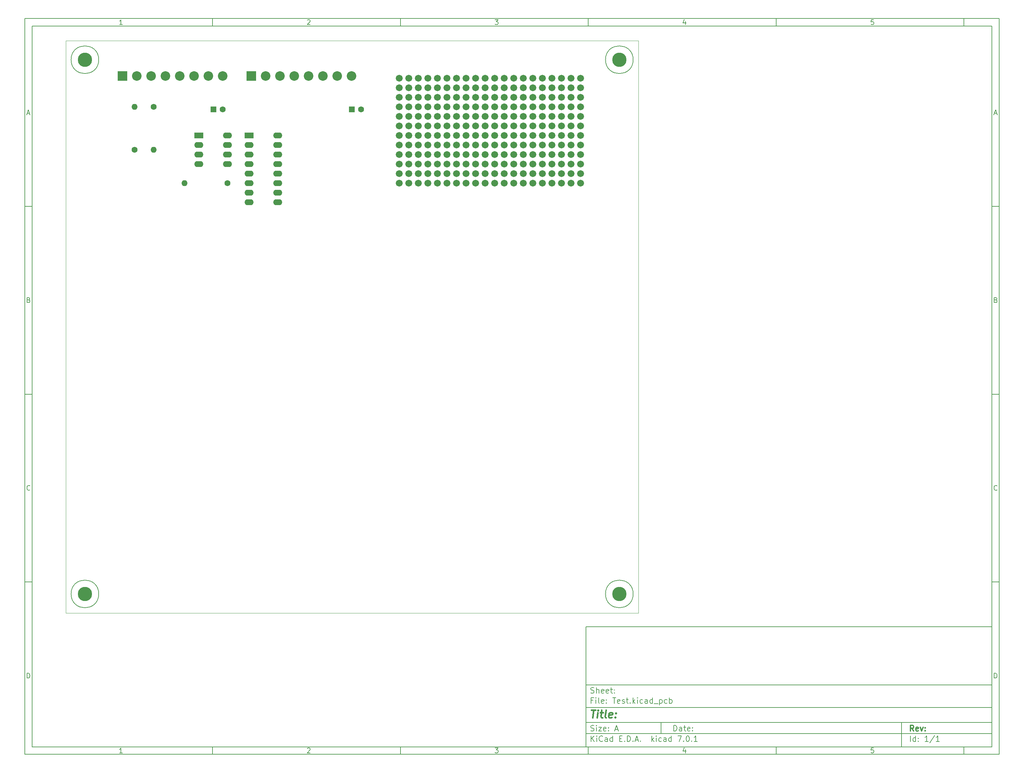
<source format=gbr>
%TF.GenerationSoftware,KiCad,Pcbnew,7.0.1*%
%TF.CreationDate,2023-03-26T09:27:21-05:00*%
%TF.ProjectId,Test,54657374-2e6b-4696-9361-645f70636258,rev?*%
%TF.SameCoordinates,Original*%
%TF.FileFunction,Soldermask,Bot*%
%TF.FilePolarity,Negative*%
%FSLAX46Y46*%
G04 Gerber Fmt 4.6, Leading zero omitted, Abs format (unit mm)*
G04 Created by KiCad (PCBNEW 7.0.1) date 2023-03-26 09:27:21*
%MOMM*%
%LPD*%
G01*
G04 APERTURE LIST*
%ADD10C,0.100000*%
%ADD11C,0.150000*%
%ADD12C,0.300000*%
%ADD13C,0.400000*%
%ADD14R,2.400000X1.600000*%
%ADD15O,2.400000X1.600000*%
%ADD16C,1.828800*%
%ADD17C,3.810000*%
%ADD18R,2.540000X2.540000*%
%ADD19C,2.540000*%
%ADD20C,1.600000*%
%ADD21O,1.600000X1.600000*%
%ADD22R,1.600000X1.600000*%
%TA.AperFunction,Profile*%
%ADD23C,0.100000*%
%TD*%
G04 APERTURE END LIST*
D10*
D11*
X159400000Y-171900000D02*
X267400000Y-171900000D01*
X267400000Y-203900000D01*
X159400000Y-203900000D01*
X159400000Y-171900000D01*
D10*
D11*
X10000000Y-10000000D02*
X269400000Y-10000000D01*
X269400000Y-205900000D01*
X10000000Y-205900000D01*
X10000000Y-10000000D01*
D10*
D11*
X12000000Y-12000000D02*
X267400000Y-12000000D01*
X267400000Y-203900000D01*
X12000000Y-203900000D01*
X12000000Y-12000000D01*
D10*
D11*
X60000000Y-12000000D02*
X60000000Y-10000000D01*
D10*
D11*
X110000000Y-12000000D02*
X110000000Y-10000000D01*
D10*
D11*
X160000000Y-12000000D02*
X160000000Y-10000000D01*
D10*
D11*
X210000000Y-12000000D02*
X210000000Y-10000000D01*
D10*
D11*
X260000000Y-12000000D02*
X260000000Y-10000000D01*
D10*
D11*
X35990476Y-11601404D02*
X35247619Y-11601404D01*
X35619047Y-11601404D02*
X35619047Y-10301404D01*
X35619047Y-10301404D02*
X35495238Y-10487119D01*
X35495238Y-10487119D02*
X35371428Y-10610928D01*
X35371428Y-10610928D02*
X35247619Y-10672833D01*
D10*
D11*
X85247619Y-10425214D02*
X85309523Y-10363309D01*
X85309523Y-10363309D02*
X85433333Y-10301404D01*
X85433333Y-10301404D02*
X85742857Y-10301404D01*
X85742857Y-10301404D02*
X85866666Y-10363309D01*
X85866666Y-10363309D02*
X85928571Y-10425214D01*
X85928571Y-10425214D02*
X85990476Y-10549023D01*
X85990476Y-10549023D02*
X85990476Y-10672833D01*
X85990476Y-10672833D02*
X85928571Y-10858547D01*
X85928571Y-10858547D02*
X85185714Y-11601404D01*
X85185714Y-11601404D02*
X85990476Y-11601404D01*
D10*
D11*
X135185714Y-10301404D02*
X135990476Y-10301404D01*
X135990476Y-10301404D02*
X135557142Y-10796642D01*
X135557142Y-10796642D02*
X135742857Y-10796642D01*
X135742857Y-10796642D02*
X135866666Y-10858547D01*
X135866666Y-10858547D02*
X135928571Y-10920452D01*
X135928571Y-10920452D02*
X135990476Y-11044261D01*
X135990476Y-11044261D02*
X135990476Y-11353785D01*
X135990476Y-11353785D02*
X135928571Y-11477595D01*
X135928571Y-11477595D02*
X135866666Y-11539500D01*
X135866666Y-11539500D02*
X135742857Y-11601404D01*
X135742857Y-11601404D02*
X135371428Y-11601404D01*
X135371428Y-11601404D02*
X135247619Y-11539500D01*
X135247619Y-11539500D02*
X135185714Y-11477595D01*
D10*
D11*
X185866666Y-10734738D02*
X185866666Y-11601404D01*
X185557142Y-10239500D02*
X185247619Y-11168071D01*
X185247619Y-11168071D02*
X186052380Y-11168071D01*
D10*
D11*
X235928571Y-10301404D02*
X235309523Y-10301404D01*
X235309523Y-10301404D02*
X235247619Y-10920452D01*
X235247619Y-10920452D02*
X235309523Y-10858547D01*
X235309523Y-10858547D02*
X235433333Y-10796642D01*
X235433333Y-10796642D02*
X235742857Y-10796642D01*
X235742857Y-10796642D02*
X235866666Y-10858547D01*
X235866666Y-10858547D02*
X235928571Y-10920452D01*
X235928571Y-10920452D02*
X235990476Y-11044261D01*
X235990476Y-11044261D02*
X235990476Y-11353785D01*
X235990476Y-11353785D02*
X235928571Y-11477595D01*
X235928571Y-11477595D02*
X235866666Y-11539500D01*
X235866666Y-11539500D02*
X235742857Y-11601404D01*
X235742857Y-11601404D02*
X235433333Y-11601404D01*
X235433333Y-11601404D02*
X235309523Y-11539500D01*
X235309523Y-11539500D02*
X235247619Y-11477595D01*
D10*
D11*
X60000000Y-203900000D02*
X60000000Y-205900000D01*
D10*
D11*
X110000000Y-203900000D02*
X110000000Y-205900000D01*
D10*
D11*
X160000000Y-203900000D02*
X160000000Y-205900000D01*
D10*
D11*
X210000000Y-203900000D02*
X210000000Y-205900000D01*
D10*
D11*
X260000000Y-203900000D02*
X260000000Y-205900000D01*
D10*
D11*
X35990476Y-205501404D02*
X35247619Y-205501404D01*
X35619047Y-205501404D02*
X35619047Y-204201404D01*
X35619047Y-204201404D02*
X35495238Y-204387119D01*
X35495238Y-204387119D02*
X35371428Y-204510928D01*
X35371428Y-204510928D02*
X35247619Y-204572833D01*
D10*
D11*
X85247619Y-204325214D02*
X85309523Y-204263309D01*
X85309523Y-204263309D02*
X85433333Y-204201404D01*
X85433333Y-204201404D02*
X85742857Y-204201404D01*
X85742857Y-204201404D02*
X85866666Y-204263309D01*
X85866666Y-204263309D02*
X85928571Y-204325214D01*
X85928571Y-204325214D02*
X85990476Y-204449023D01*
X85990476Y-204449023D02*
X85990476Y-204572833D01*
X85990476Y-204572833D02*
X85928571Y-204758547D01*
X85928571Y-204758547D02*
X85185714Y-205501404D01*
X85185714Y-205501404D02*
X85990476Y-205501404D01*
D10*
D11*
X135185714Y-204201404D02*
X135990476Y-204201404D01*
X135990476Y-204201404D02*
X135557142Y-204696642D01*
X135557142Y-204696642D02*
X135742857Y-204696642D01*
X135742857Y-204696642D02*
X135866666Y-204758547D01*
X135866666Y-204758547D02*
X135928571Y-204820452D01*
X135928571Y-204820452D02*
X135990476Y-204944261D01*
X135990476Y-204944261D02*
X135990476Y-205253785D01*
X135990476Y-205253785D02*
X135928571Y-205377595D01*
X135928571Y-205377595D02*
X135866666Y-205439500D01*
X135866666Y-205439500D02*
X135742857Y-205501404D01*
X135742857Y-205501404D02*
X135371428Y-205501404D01*
X135371428Y-205501404D02*
X135247619Y-205439500D01*
X135247619Y-205439500D02*
X135185714Y-205377595D01*
D10*
D11*
X185866666Y-204634738D02*
X185866666Y-205501404D01*
X185557142Y-204139500D02*
X185247619Y-205068071D01*
X185247619Y-205068071D02*
X186052380Y-205068071D01*
D10*
D11*
X235928571Y-204201404D02*
X235309523Y-204201404D01*
X235309523Y-204201404D02*
X235247619Y-204820452D01*
X235247619Y-204820452D02*
X235309523Y-204758547D01*
X235309523Y-204758547D02*
X235433333Y-204696642D01*
X235433333Y-204696642D02*
X235742857Y-204696642D01*
X235742857Y-204696642D02*
X235866666Y-204758547D01*
X235866666Y-204758547D02*
X235928571Y-204820452D01*
X235928571Y-204820452D02*
X235990476Y-204944261D01*
X235990476Y-204944261D02*
X235990476Y-205253785D01*
X235990476Y-205253785D02*
X235928571Y-205377595D01*
X235928571Y-205377595D02*
X235866666Y-205439500D01*
X235866666Y-205439500D02*
X235742857Y-205501404D01*
X235742857Y-205501404D02*
X235433333Y-205501404D01*
X235433333Y-205501404D02*
X235309523Y-205439500D01*
X235309523Y-205439500D02*
X235247619Y-205377595D01*
D10*
D11*
X10000000Y-60000000D02*
X12000000Y-60000000D01*
D10*
D11*
X10000000Y-110000000D02*
X12000000Y-110000000D01*
D10*
D11*
X10000000Y-160000000D02*
X12000000Y-160000000D01*
D10*
D11*
X10690476Y-35229976D02*
X11309523Y-35229976D01*
X10566666Y-35601404D02*
X10999999Y-34301404D01*
X10999999Y-34301404D02*
X11433333Y-35601404D01*
D10*
D11*
X11092857Y-84920452D02*
X11278571Y-84982357D01*
X11278571Y-84982357D02*
X11340476Y-85044261D01*
X11340476Y-85044261D02*
X11402380Y-85168071D01*
X11402380Y-85168071D02*
X11402380Y-85353785D01*
X11402380Y-85353785D02*
X11340476Y-85477595D01*
X11340476Y-85477595D02*
X11278571Y-85539500D01*
X11278571Y-85539500D02*
X11154761Y-85601404D01*
X11154761Y-85601404D02*
X10659523Y-85601404D01*
X10659523Y-85601404D02*
X10659523Y-84301404D01*
X10659523Y-84301404D02*
X11092857Y-84301404D01*
X11092857Y-84301404D02*
X11216666Y-84363309D01*
X11216666Y-84363309D02*
X11278571Y-84425214D01*
X11278571Y-84425214D02*
X11340476Y-84549023D01*
X11340476Y-84549023D02*
X11340476Y-84672833D01*
X11340476Y-84672833D02*
X11278571Y-84796642D01*
X11278571Y-84796642D02*
X11216666Y-84858547D01*
X11216666Y-84858547D02*
X11092857Y-84920452D01*
X11092857Y-84920452D02*
X10659523Y-84920452D01*
D10*
D11*
X11402380Y-135477595D02*
X11340476Y-135539500D01*
X11340476Y-135539500D02*
X11154761Y-135601404D01*
X11154761Y-135601404D02*
X11030952Y-135601404D01*
X11030952Y-135601404D02*
X10845238Y-135539500D01*
X10845238Y-135539500D02*
X10721428Y-135415690D01*
X10721428Y-135415690D02*
X10659523Y-135291880D01*
X10659523Y-135291880D02*
X10597619Y-135044261D01*
X10597619Y-135044261D02*
X10597619Y-134858547D01*
X10597619Y-134858547D02*
X10659523Y-134610928D01*
X10659523Y-134610928D02*
X10721428Y-134487119D01*
X10721428Y-134487119D02*
X10845238Y-134363309D01*
X10845238Y-134363309D02*
X11030952Y-134301404D01*
X11030952Y-134301404D02*
X11154761Y-134301404D01*
X11154761Y-134301404D02*
X11340476Y-134363309D01*
X11340476Y-134363309D02*
X11402380Y-134425214D01*
D10*
D11*
X10659523Y-185601404D02*
X10659523Y-184301404D01*
X10659523Y-184301404D02*
X10969047Y-184301404D01*
X10969047Y-184301404D02*
X11154761Y-184363309D01*
X11154761Y-184363309D02*
X11278571Y-184487119D01*
X11278571Y-184487119D02*
X11340476Y-184610928D01*
X11340476Y-184610928D02*
X11402380Y-184858547D01*
X11402380Y-184858547D02*
X11402380Y-185044261D01*
X11402380Y-185044261D02*
X11340476Y-185291880D01*
X11340476Y-185291880D02*
X11278571Y-185415690D01*
X11278571Y-185415690D02*
X11154761Y-185539500D01*
X11154761Y-185539500D02*
X10969047Y-185601404D01*
X10969047Y-185601404D02*
X10659523Y-185601404D01*
D10*
D11*
X269400000Y-60000000D02*
X267400000Y-60000000D01*
D10*
D11*
X269400000Y-110000000D02*
X267400000Y-110000000D01*
D10*
D11*
X269400000Y-160000000D02*
X267400000Y-160000000D01*
D10*
D11*
X268090476Y-35229976D02*
X268709523Y-35229976D01*
X267966666Y-35601404D02*
X268399999Y-34301404D01*
X268399999Y-34301404D02*
X268833333Y-35601404D01*
D10*
D11*
X268492857Y-84920452D02*
X268678571Y-84982357D01*
X268678571Y-84982357D02*
X268740476Y-85044261D01*
X268740476Y-85044261D02*
X268802380Y-85168071D01*
X268802380Y-85168071D02*
X268802380Y-85353785D01*
X268802380Y-85353785D02*
X268740476Y-85477595D01*
X268740476Y-85477595D02*
X268678571Y-85539500D01*
X268678571Y-85539500D02*
X268554761Y-85601404D01*
X268554761Y-85601404D02*
X268059523Y-85601404D01*
X268059523Y-85601404D02*
X268059523Y-84301404D01*
X268059523Y-84301404D02*
X268492857Y-84301404D01*
X268492857Y-84301404D02*
X268616666Y-84363309D01*
X268616666Y-84363309D02*
X268678571Y-84425214D01*
X268678571Y-84425214D02*
X268740476Y-84549023D01*
X268740476Y-84549023D02*
X268740476Y-84672833D01*
X268740476Y-84672833D02*
X268678571Y-84796642D01*
X268678571Y-84796642D02*
X268616666Y-84858547D01*
X268616666Y-84858547D02*
X268492857Y-84920452D01*
X268492857Y-84920452D02*
X268059523Y-84920452D01*
D10*
D11*
X268802380Y-135477595D02*
X268740476Y-135539500D01*
X268740476Y-135539500D02*
X268554761Y-135601404D01*
X268554761Y-135601404D02*
X268430952Y-135601404D01*
X268430952Y-135601404D02*
X268245238Y-135539500D01*
X268245238Y-135539500D02*
X268121428Y-135415690D01*
X268121428Y-135415690D02*
X268059523Y-135291880D01*
X268059523Y-135291880D02*
X267997619Y-135044261D01*
X267997619Y-135044261D02*
X267997619Y-134858547D01*
X267997619Y-134858547D02*
X268059523Y-134610928D01*
X268059523Y-134610928D02*
X268121428Y-134487119D01*
X268121428Y-134487119D02*
X268245238Y-134363309D01*
X268245238Y-134363309D02*
X268430952Y-134301404D01*
X268430952Y-134301404D02*
X268554761Y-134301404D01*
X268554761Y-134301404D02*
X268740476Y-134363309D01*
X268740476Y-134363309D02*
X268802380Y-134425214D01*
D10*
D11*
X268059523Y-185601404D02*
X268059523Y-184301404D01*
X268059523Y-184301404D02*
X268369047Y-184301404D01*
X268369047Y-184301404D02*
X268554761Y-184363309D01*
X268554761Y-184363309D02*
X268678571Y-184487119D01*
X268678571Y-184487119D02*
X268740476Y-184610928D01*
X268740476Y-184610928D02*
X268802380Y-184858547D01*
X268802380Y-184858547D02*
X268802380Y-185044261D01*
X268802380Y-185044261D02*
X268740476Y-185291880D01*
X268740476Y-185291880D02*
X268678571Y-185415690D01*
X268678571Y-185415690D02*
X268554761Y-185539500D01*
X268554761Y-185539500D02*
X268369047Y-185601404D01*
X268369047Y-185601404D02*
X268059523Y-185601404D01*
D10*
D11*
X182757142Y-199693928D02*
X182757142Y-198193928D01*
X182757142Y-198193928D02*
X183114285Y-198193928D01*
X183114285Y-198193928D02*
X183328571Y-198265357D01*
X183328571Y-198265357D02*
X183471428Y-198408214D01*
X183471428Y-198408214D02*
X183542857Y-198551071D01*
X183542857Y-198551071D02*
X183614285Y-198836785D01*
X183614285Y-198836785D02*
X183614285Y-199051071D01*
X183614285Y-199051071D02*
X183542857Y-199336785D01*
X183542857Y-199336785D02*
X183471428Y-199479642D01*
X183471428Y-199479642D02*
X183328571Y-199622500D01*
X183328571Y-199622500D02*
X183114285Y-199693928D01*
X183114285Y-199693928D02*
X182757142Y-199693928D01*
X184900000Y-199693928D02*
X184900000Y-198908214D01*
X184900000Y-198908214D02*
X184828571Y-198765357D01*
X184828571Y-198765357D02*
X184685714Y-198693928D01*
X184685714Y-198693928D02*
X184400000Y-198693928D01*
X184400000Y-198693928D02*
X184257142Y-198765357D01*
X184900000Y-199622500D02*
X184757142Y-199693928D01*
X184757142Y-199693928D02*
X184400000Y-199693928D01*
X184400000Y-199693928D02*
X184257142Y-199622500D01*
X184257142Y-199622500D02*
X184185714Y-199479642D01*
X184185714Y-199479642D02*
X184185714Y-199336785D01*
X184185714Y-199336785D02*
X184257142Y-199193928D01*
X184257142Y-199193928D02*
X184400000Y-199122500D01*
X184400000Y-199122500D02*
X184757142Y-199122500D01*
X184757142Y-199122500D02*
X184900000Y-199051071D01*
X185400000Y-198693928D02*
X185971428Y-198693928D01*
X185614285Y-198193928D02*
X185614285Y-199479642D01*
X185614285Y-199479642D02*
X185685714Y-199622500D01*
X185685714Y-199622500D02*
X185828571Y-199693928D01*
X185828571Y-199693928D02*
X185971428Y-199693928D01*
X187042857Y-199622500D02*
X186900000Y-199693928D01*
X186900000Y-199693928D02*
X186614286Y-199693928D01*
X186614286Y-199693928D02*
X186471428Y-199622500D01*
X186471428Y-199622500D02*
X186400000Y-199479642D01*
X186400000Y-199479642D02*
X186400000Y-198908214D01*
X186400000Y-198908214D02*
X186471428Y-198765357D01*
X186471428Y-198765357D02*
X186614286Y-198693928D01*
X186614286Y-198693928D02*
X186900000Y-198693928D01*
X186900000Y-198693928D02*
X187042857Y-198765357D01*
X187042857Y-198765357D02*
X187114286Y-198908214D01*
X187114286Y-198908214D02*
X187114286Y-199051071D01*
X187114286Y-199051071D02*
X186400000Y-199193928D01*
X187757142Y-199551071D02*
X187828571Y-199622500D01*
X187828571Y-199622500D02*
X187757142Y-199693928D01*
X187757142Y-199693928D02*
X187685714Y-199622500D01*
X187685714Y-199622500D02*
X187757142Y-199551071D01*
X187757142Y-199551071D02*
X187757142Y-199693928D01*
X187757142Y-198765357D02*
X187828571Y-198836785D01*
X187828571Y-198836785D02*
X187757142Y-198908214D01*
X187757142Y-198908214D02*
X187685714Y-198836785D01*
X187685714Y-198836785D02*
X187757142Y-198765357D01*
X187757142Y-198765357D02*
X187757142Y-198908214D01*
D10*
D11*
X159400000Y-200400000D02*
X267400000Y-200400000D01*
D10*
D11*
X160757142Y-202493928D02*
X160757142Y-200993928D01*
X161614285Y-202493928D02*
X160971428Y-201636785D01*
X161614285Y-200993928D02*
X160757142Y-201851071D01*
X162257142Y-202493928D02*
X162257142Y-201493928D01*
X162257142Y-200993928D02*
X162185714Y-201065357D01*
X162185714Y-201065357D02*
X162257142Y-201136785D01*
X162257142Y-201136785D02*
X162328571Y-201065357D01*
X162328571Y-201065357D02*
X162257142Y-200993928D01*
X162257142Y-200993928D02*
X162257142Y-201136785D01*
X163828571Y-202351071D02*
X163757143Y-202422500D01*
X163757143Y-202422500D02*
X163542857Y-202493928D01*
X163542857Y-202493928D02*
X163400000Y-202493928D01*
X163400000Y-202493928D02*
X163185714Y-202422500D01*
X163185714Y-202422500D02*
X163042857Y-202279642D01*
X163042857Y-202279642D02*
X162971428Y-202136785D01*
X162971428Y-202136785D02*
X162900000Y-201851071D01*
X162900000Y-201851071D02*
X162900000Y-201636785D01*
X162900000Y-201636785D02*
X162971428Y-201351071D01*
X162971428Y-201351071D02*
X163042857Y-201208214D01*
X163042857Y-201208214D02*
X163185714Y-201065357D01*
X163185714Y-201065357D02*
X163400000Y-200993928D01*
X163400000Y-200993928D02*
X163542857Y-200993928D01*
X163542857Y-200993928D02*
X163757143Y-201065357D01*
X163757143Y-201065357D02*
X163828571Y-201136785D01*
X165114286Y-202493928D02*
X165114286Y-201708214D01*
X165114286Y-201708214D02*
X165042857Y-201565357D01*
X165042857Y-201565357D02*
X164900000Y-201493928D01*
X164900000Y-201493928D02*
X164614286Y-201493928D01*
X164614286Y-201493928D02*
X164471428Y-201565357D01*
X165114286Y-202422500D02*
X164971428Y-202493928D01*
X164971428Y-202493928D02*
X164614286Y-202493928D01*
X164614286Y-202493928D02*
X164471428Y-202422500D01*
X164471428Y-202422500D02*
X164400000Y-202279642D01*
X164400000Y-202279642D02*
X164400000Y-202136785D01*
X164400000Y-202136785D02*
X164471428Y-201993928D01*
X164471428Y-201993928D02*
X164614286Y-201922500D01*
X164614286Y-201922500D02*
X164971428Y-201922500D01*
X164971428Y-201922500D02*
X165114286Y-201851071D01*
X166471429Y-202493928D02*
X166471429Y-200993928D01*
X166471429Y-202422500D02*
X166328571Y-202493928D01*
X166328571Y-202493928D02*
X166042857Y-202493928D01*
X166042857Y-202493928D02*
X165900000Y-202422500D01*
X165900000Y-202422500D02*
X165828571Y-202351071D01*
X165828571Y-202351071D02*
X165757143Y-202208214D01*
X165757143Y-202208214D02*
X165757143Y-201779642D01*
X165757143Y-201779642D02*
X165828571Y-201636785D01*
X165828571Y-201636785D02*
X165900000Y-201565357D01*
X165900000Y-201565357D02*
X166042857Y-201493928D01*
X166042857Y-201493928D02*
X166328571Y-201493928D01*
X166328571Y-201493928D02*
X166471429Y-201565357D01*
X168328571Y-201708214D02*
X168828571Y-201708214D01*
X169042857Y-202493928D02*
X168328571Y-202493928D01*
X168328571Y-202493928D02*
X168328571Y-200993928D01*
X168328571Y-200993928D02*
X169042857Y-200993928D01*
X169685714Y-202351071D02*
X169757143Y-202422500D01*
X169757143Y-202422500D02*
X169685714Y-202493928D01*
X169685714Y-202493928D02*
X169614286Y-202422500D01*
X169614286Y-202422500D02*
X169685714Y-202351071D01*
X169685714Y-202351071D02*
X169685714Y-202493928D01*
X170400000Y-202493928D02*
X170400000Y-200993928D01*
X170400000Y-200993928D02*
X170757143Y-200993928D01*
X170757143Y-200993928D02*
X170971429Y-201065357D01*
X170971429Y-201065357D02*
X171114286Y-201208214D01*
X171114286Y-201208214D02*
X171185715Y-201351071D01*
X171185715Y-201351071D02*
X171257143Y-201636785D01*
X171257143Y-201636785D02*
X171257143Y-201851071D01*
X171257143Y-201851071D02*
X171185715Y-202136785D01*
X171185715Y-202136785D02*
X171114286Y-202279642D01*
X171114286Y-202279642D02*
X170971429Y-202422500D01*
X170971429Y-202422500D02*
X170757143Y-202493928D01*
X170757143Y-202493928D02*
X170400000Y-202493928D01*
X171900000Y-202351071D02*
X171971429Y-202422500D01*
X171971429Y-202422500D02*
X171900000Y-202493928D01*
X171900000Y-202493928D02*
X171828572Y-202422500D01*
X171828572Y-202422500D02*
X171900000Y-202351071D01*
X171900000Y-202351071D02*
X171900000Y-202493928D01*
X172542858Y-202065357D02*
X173257144Y-202065357D01*
X172400001Y-202493928D02*
X172900001Y-200993928D01*
X172900001Y-200993928D02*
X173400001Y-202493928D01*
X173900000Y-202351071D02*
X173971429Y-202422500D01*
X173971429Y-202422500D02*
X173900000Y-202493928D01*
X173900000Y-202493928D02*
X173828572Y-202422500D01*
X173828572Y-202422500D02*
X173900000Y-202351071D01*
X173900000Y-202351071D02*
X173900000Y-202493928D01*
X176900000Y-202493928D02*
X176900000Y-200993928D01*
X177042858Y-201922500D02*
X177471429Y-202493928D01*
X177471429Y-201493928D02*
X176900000Y-202065357D01*
X178114286Y-202493928D02*
X178114286Y-201493928D01*
X178114286Y-200993928D02*
X178042858Y-201065357D01*
X178042858Y-201065357D02*
X178114286Y-201136785D01*
X178114286Y-201136785D02*
X178185715Y-201065357D01*
X178185715Y-201065357D02*
X178114286Y-200993928D01*
X178114286Y-200993928D02*
X178114286Y-201136785D01*
X179471430Y-202422500D02*
X179328572Y-202493928D01*
X179328572Y-202493928D02*
X179042858Y-202493928D01*
X179042858Y-202493928D02*
X178900001Y-202422500D01*
X178900001Y-202422500D02*
X178828572Y-202351071D01*
X178828572Y-202351071D02*
X178757144Y-202208214D01*
X178757144Y-202208214D02*
X178757144Y-201779642D01*
X178757144Y-201779642D02*
X178828572Y-201636785D01*
X178828572Y-201636785D02*
X178900001Y-201565357D01*
X178900001Y-201565357D02*
X179042858Y-201493928D01*
X179042858Y-201493928D02*
X179328572Y-201493928D01*
X179328572Y-201493928D02*
X179471430Y-201565357D01*
X180757144Y-202493928D02*
X180757144Y-201708214D01*
X180757144Y-201708214D02*
X180685715Y-201565357D01*
X180685715Y-201565357D02*
X180542858Y-201493928D01*
X180542858Y-201493928D02*
X180257144Y-201493928D01*
X180257144Y-201493928D02*
X180114286Y-201565357D01*
X180757144Y-202422500D02*
X180614286Y-202493928D01*
X180614286Y-202493928D02*
X180257144Y-202493928D01*
X180257144Y-202493928D02*
X180114286Y-202422500D01*
X180114286Y-202422500D02*
X180042858Y-202279642D01*
X180042858Y-202279642D02*
X180042858Y-202136785D01*
X180042858Y-202136785D02*
X180114286Y-201993928D01*
X180114286Y-201993928D02*
X180257144Y-201922500D01*
X180257144Y-201922500D02*
X180614286Y-201922500D01*
X180614286Y-201922500D02*
X180757144Y-201851071D01*
X182114287Y-202493928D02*
X182114287Y-200993928D01*
X182114287Y-202422500D02*
X181971429Y-202493928D01*
X181971429Y-202493928D02*
X181685715Y-202493928D01*
X181685715Y-202493928D02*
X181542858Y-202422500D01*
X181542858Y-202422500D02*
X181471429Y-202351071D01*
X181471429Y-202351071D02*
X181400001Y-202208214D01*
X181400001Y-202208214D02*
X181400001Y-201779642D01*
X181400001Y-201779642D02*
X181471429Y-201636785D01*
X181471429Y-201636785D02*
X181542858Y-201565357D01*
X181542858Y-201565357D02*
X181685715Y-201493928D01*
X181685715Y-201493928D02*
X181971429Y-201493928D01*
X181971429Y-201493928D02*
X182114287Y-201565357D01*
X183828572Y-200993928D02*
X184828572Y-200993928D01*
X184828572Y-200993928D02*
X184185715Y-202493928D01*
X185400000Y-202351071D02*
X185471429Y-202422500D01*
X185471429Y-202422500D02*
X185400000Y-202493928D01*
X185400000Y-202493928D02*
X185328572Y-202422500D01*
X185328572Y-202422500D02*
X185400000Y-202351071D01*
X185400000Y-202351071D02*
X185400000Y-202493928D01*
X186400001Y-200993928D02*
X186542858Y-200993928D01*
X186542858Y-200993928D02*
X186685715Y-201065357D01*
X186685715Y-201065357D02*
X186757144Y-201136785D01*
X186757144Y-201136785D02*
X186828572Y-201279642D01*
X186828572Y-201279642D02*
X186900001Y-201565357D01*
X186900001Y-201565357D02*
X186900001Y-201922500D01*
X186900001Y-201922500D02*
X186828572Y-202208214D01*
X186828572Y-202208214D02*
X186757144Y-202351071D01*
X186757144Y-202351071D02*
X186685715Y-202422500D01*
X186685715Y-202422500D02*
X186542858Y-202493928D01*
X186542858Y-202493928D02*
X186400001Y-202493928D01*
X186400001Y-202493928D02*
X186257144Y-202422500D01*
X186257144Y-202422500D02*
X186185715Y-202351071D01*
X186185715Y-202351071D02*
X186114286Y-202208214D01*
X186114286Y-202208214D02*
X186042858Y-201922500D01*
X186042858Y-201922500D02*
X186042858Y-201565357D01*
X186042858Y-201565357D02*
X186114286Y-201279642D01*
X186114286Y-201279642D02*
X186185715Y-201136785D01*
X186185715Y-201136785D02*
X186257144Y-201065357D01*
X186257144Y-201065357D02*
X186400001Y-200993928D01*
X187542857Y-202351071D02*
X187614286Y-202422500D01*
X187614286Y-202422500D02*
X187542857Y-202493928D01*
X187542857Y-202493928D02*
X187471429Y-202422500D01*
X187471429Y-202422500D02*
X187542857Y-202351071D01*
X187542857Y-202351071D02*
X187542857Y-202493928D01*
X189042858Y-202493928D02*
X188185715Y-202493928D01*
X188614286Y-202493928D02*
X188614286Y-200993928D01*
X188614286Y-200993928D02*
X188471429Y-201208214D01*
X188471429Y-201208214D02*
X188328572Y-201351071D01*
X188328572Y-201351071D02*
X188185715Y-201422500D01*
D10*
D11*
X159400000Y-197400000D02*
X267400000Y-197400000D01*
D10*
D12*
X246614285Y-199693928D02*
X246114285Y-198979642D01*
X245757142Y-199693928D02*
X245757142Y-198193928D01*
X245757142Y-198193928D02*
X246328571Y-198193928D01*
X246328571Y-198193928D02*
X246471428Y-198265357D01*
X246471428Y-198265357D02*
X246542857Y-198336785D01*
X246542857Y-198336785D02*
X246614285Y-198479642D01*
X246614285Y-198479642D02*
X246614285Y-198693928D01*
X246614285Y-198693928D02*
X246542857Y-198836785D01*
X246542857Y-198836785D02*
X246471428Y-198908214D01*
X246471428Y-198908214D02*
X246328571Y-198979642D01*
X246328571Y-198979642D02*
X245757142Y-198979642D01*
X247828571Y-199622500D02*
X247685714Y-199693928D01*
X247685714Y-199693928D02*
X247400000Y-199693928D01*
X247400000Y-199693928D02*
X247257142Y-199622500D01*
X247257142Y-199622500D02*
X247185714Y-199479642D01*
X247185714Y-199479642D02*
X247185714Y-198908214D01*
X247185714Y-198908214D02*
X247257142Y-198765357D01*
X247257142Y-198765357D02*
X247400000Y-198693928D01*
X247400000Y-198693928D02*
X247685714Y-198693928D01*
X247685714Y-198693928D02*
X247828571Y-198765357D01*
X247828571Y-198765357D02*
X247900000Y-198908214D01*
X247900000Y-198908214D02*
X247900000Y-199051071D01*
X247900000Y-199051071D02*
X247185714Y-199193928D01*
X248399999Y-198693928D02*
X248757142Y-199693928D01*
X248757142Y-199693928D02*
X249114285Y-198693928D01*
X249685713Y-199551071D02*
X249757142Y-199622500D01*
X249757142Y-199622500D02*
X249685713Y-199693928D01*
X249685713Y-199693928D02*
X249614285Y-199622500D01*
X249614285Y-199622500D02*
X249685713Y-199551071D01*
X249685713Y-199551071D02*
X249685713Y-199693928D01*
X249685713Y-198765357D02*
X249757142Y-198836785D01*
X249757142Y-198836785D02*
X249685713Y-198908214D01*
X249685713Y-198908214D02*
X249614285Y-198836785D01*
X249614285Y-198836785D02*
X249685713Y-198765357D01*
X249685713Y-198765357D02*
X249685713Y-198908214D01*
D10*
D11*
X160685714Y-199622500D02*
X160900000Y-199693928D01*
X160900000Y-199693928D02*
X161257142Y-199693928D01*
X161257142Y-199693928D02*
X161400000Y-199622500D01*
X161400000Y-199622500D02*
X161471428Y-199551071D01*
X161471428Y-199551071D02*
X161542857Y-199408214D01*
X161542857Y-199408214D02*
X161542857Y-199265357D01*
X161542857Y-199265357D02*
X161471428Y-199122500D01*
X161471428Y-199122500D02*
X161400000Y-199051071D01*
X161400000Y-199051071D02*
X161257142Y-198979642D01*
X161257142Y-198979642D02*
X160971428Y-198908214D01*
X160971428Y-198908214D02*
X160828571Y-198836785D01*
X160828571Y-198836785D02*
X160757142Y-198765357D01*
X160757142Y-198765357D02*
X160685714Y-198622500D01*
X160685714Y-198622500D02*
X160685714Y-198479642D01*
X160685714Y-198479642D02*
X160757142Y-198336785D01*
X160757142Y-198336785D02*
X160828571Y-198265357D01*
X160828571Y-198265357D02*
X160971428Y-198193928D01*
X160971428Y-198193928D02*
X161328571Y-198193928D01*
X161328571Y-198193928D02*
X161542857Y-198265357D01*
X162185713Y-199693928D02*
X162185713Y-198693928D01*
X162185713Y-198193928D02*
X162114285Y-198265357D01*
X162114285Y-198265357D02*
X162185713Y-198336785D01*
X162185713Y-198336785D02*
X162257142Y-198265357D01*
X162257142Y-198265357D02*
X162185713Y-198193928D01*
X162185713Y-198193928D02*
X162185713Y-198336785D01*
X162757142Y-198693928D02*
X163542857Y-198693928D01*
X163542857Y-198693928D02*
X162757142Y-199693928D01*
X162757142Y-199693928D02*
X163542857Y-199693928D01*
X164685714Y-199622500D02*
X164542857Y-199693928D01*
X164542857Y-199693928D02*
X164257143Y-199693928D01*
X164257143Y-199693928D02*
X164114285Y-199622500D01*
X164114285Y-199622500D02*
X164042857Y-199479642D01*
X164042857Y-199479642D02*
X164042857Y-198908214D01*
X164042857Y-198908214D02*
X164114285Y-198765357D01*
X164114285Y-198765357D02*
X164257143Y-198693928D01*
X164257143Y-198693928D02*
X164542857Y-198693928D01*
X164542857Y-198693928D02*
X164685714Y-198765357D01*
X164685714Y-198765357D02*
X164757143Y-198908214D01*
X164757143Y-198908214D02*
X164757143Y-199051071D01*
X164757143Y-199051071D02*
X164042857Y-199193928D01*
X165399999Y-199551071D02*
X165471428Y-199622500D01*
X165471428Y-199622500D02*
X165399999Y-199693928D01*
X165399999Y-199693928D02*
X165328571Y-199622500D01*
X165328571Y-199622500D02*
X165399999Y-199551071D01*
X165399999Y-199551071D02*
X165399999Y-199693928D01*
X165399999Y-198765357D02*
X165471428Y-198836785D01*
X165471428Y-198836785D02*
X165399999Y-198908214D01*
X165399999Y-198908214D02*
X165328571Y-198836785D01*
X165328571Y-198836785D02*
X165399999Y-198765357D01*
X165399999Y-198765357D02*
X165399999Y-198908214D01*
X167185714Y-199265357D02*
X167900000Y-199265357D01*
X167042857Y-199693928D02*
X167542857Y-198193928D01*
X167542857Y-198193928D02*
X168042857Y-199693928D01*
D10*
D11*
X245757142Y-202493928D02*
X245757142Y-200993928D01*
X247114286Y-202493928D02*
X247114286Y-200993928D01*
X247114286Y-202422500D02*
X246971428Y-202493928D01*
X246971428Y-202493928D02*
X246685714Y-202493928D01*
X246685714Y-202493928D02*
X246542857Y-202422500D01*
X246542857Y-202422500D02*
X246471428Y-202351071D01*
X246471428Y-202351071D02*
X246400000Y-202208214D01*
X246400000Y-202208214D02*
X246400000Y-201779642D01*
X246400000Y-201779642D02*
X246471428Y-201636785D01*
X246471428Y-201636785D02*
X246542857Y-201565357D01*
X246542857Y-201565357D02*
X246685714Y-201493928D01*
X246685714Y-201493928D02*
X246971428Y-201493928D01*
X246971428Y-201493928D02*
X247114286Y-201565357D01*
X247828571Y-202351071D02*
X247900000Y-202422500D01*
X247900000Y-202422500D02*
X247828571Y-202493928D01*
X247828571Y-202493928D02*
X247757143Y-202422500D01*
X247757143Y-202422500D02*
X247828571Y-202351071D01*
X247828571Y-202351071D02*
X247828571Y-202493928D01*
X247828571Y-201565357D02*
X247900000Y-201636785D01*
X247900000Y-201636785D02*
X247828571Y-201708214D01*
X247828571Y-201708214D02*
X247757143Y-201636785D01*
X247757143Y-201636785D02*
X247828571Y-201565357D01*
X247828571Y-201565357D02*
X247828571Y-201708214D01*
X250471429Y-202493928D02*
X249614286Y-202493928D01*
X250042857Y-202493928D02*
X250042857Y-200993928D01*
X250042857Y-200993928D02*
X249900000Y-201208214D01*
X249900000Y-201208214D02*
X249757143Y-201351071D01*
X249757143Y-201351071D02*
X249614286Y-201422500D01*
X252185714Y-200922500D02*
X250900000Y-202851071D01*
X253471429Y-202493928D02*
X252614286Y-202493928D01*
X253042857Y-202493928D02*
X253042857Y-200993928D01*
X253042857Y-200993928D02*
X252900000Y-201208214D01*
X252900000Y-201208214D02*
X252757143Y-201351071D01*
X252757143Y-201351071D02*
X252614286Y-201422500D01*
D10*
D11*
X159400000Y-193400000D02*
X267400000Y-193400000D01*
D10*
D13*
X160828571Y-194125238D02*
X161971428Y-194125238D01*
X161150000Y-196125238D02*
X161400000Y-194125238D01*
X162376190Y-196125238D02*
X162542857Y-194791904D01*
X162626190Y-194125238D02*
X162519047Y-194220476D01*
X162519047Y-194220476D02*
X162602381Y-194315714D01*
X162602381Y-194315714D02*
X162709524Y-194220476D01*
X162709524Y-194220476D02*
X162626190Y-194125238D01*
X162626190Y-194125238D02*
X162602381Y-194315714D01*
X163197619Y-194791904D02*
X163959523Y-194791904D01*
X163566666Y-194125238D02*
X163352381Y-195839523D01*
X163352381Y-195839523D02*
X163423809Y-196030000D01*
X163423809Y-196030000D02*
X163602381Y-196125238D01*
X163602381Y-196125238D02*
X163792857Y-196125238D01*
X164733333Y-196125238D02*
X164554761Y-196030000D01*
X164554761Y-196030000D02*
X164483333Y-195839523D01*
X164483333Y-195839523D02*
X164697618Y-194125238D01*
X166257142Y-196030000D02*
X166054761Y-196125238D01*
X166054761Y-196125238D02*
X165673808Y-196125238D01*
X165673808Y-196125238D02*
X165495237Y-196030000D01*
X165495237Y-196030000D02*
X165423808Y-195839523D01*
X165423808Y-195839523D02*
X165519047Y-195077619D01*
X165519047Y-195077619D02*
X165638094Y-194887142D01*
X165638094Y-194887142D02*
X165840475Y-194791904D01*
X165840475Y-194791904D02*
X166221427Y-194791904D01*
X166221427Y-194791904D02*
X166399999Y-194887142D01*
X166399999Y-194887142D02*
X166471427Y-195077619D01*
X166471427Y-195077619D02*
X166447618Y-195268095D01*
X166447618Y-195268095D02*
X165471427Y-195458571D01*
X167209523Y-195934761D02*
X167292856Y-196030000D01*
X167292856Y-196030000D02*
X167185713Y-196125238D01*
X167185713Y-196125238D02*
X167102380Y-196030000D01*
X167102380Y-196030000D02*
X167209523Y-195934761D01*
X167209523Y-195934761D02*
X167185713Y-196125238D01*
X167340475Y-194887142D02*
X167423808Y-194982380D01*
X167423808Y-194982380D02*
X167316666Y-195077619D01*
X167316666Y-195077619D02*
X167233332Y-194982380D01*
X167233332Y-194982380D02*
X167340475Y-194887142D01*
X167340475Y-194887142D02*
X167316666Y-195077619D01*
D10*
D11*
X161257142Y-191508214D02*
X160757142Y-191508214D01*
X160757142Y-192293928D02*
X160757142Y-190793928D01*
X160757142Y-190793928D02*
X161471428Y-190793928D01*
X162042856Y-192293928D02*
X162042856Y-191293928D01*
X162042856Y-190793928D02*
X161971428Y-190865357D01*
X161971428Y-190865357D02*
X162042856Y-190936785D01*
X162042856Y-190936785D02*
X162114285Y-190865357D01*
X162114285Y-190865357D02*
X162042856Y-190793928D01*
X162042856Y-190793928D02*
X162042856Y-190936785D01*
X162971428Y-192293928D02*
X162828571Y-192222500D01*
X162828571Y-192222500D02*
X162757142Y-192079642D01*
X162757142Y-192079642D02*
X162757142Y-190793928D01*
X164114285Y-192222500D02*
X163971428Y-192293928D01*
X163971428Y-192293928D02*
X163685714Y-192293928D01*
X163685714Y-192293928D02*
X163542856Y-192222500D01*
X163542856Y-192222500D02*
X163471428Y-192079642D01*
X163471428Y-192079642D02*
X163471428Y-191508214D01*
X163471428Y-191508214D02*
X163542856Y-191365357D01*
X163542856Y-191365357D02*
X163685714Y-191293928D01*
X163685714Y-191293928D02*
X163971428Y-191293928D01*
X163971428Y-191293928D02*
X164114285Y-191365357D01*
X164114285Y-191365357D02*
X164185714Y-191508214D01*
X164185714Y-191508214D02*
X164185714Y-191651071D01*
X164185714Y-191651071D02*
X163471428Y-191793928D01*
X164828570Y-192151071D02*
X164899999Y-192222500D01*
X164899999Y-192222500D02*
X164828570Y-192293928D01*
X164828570Y-192293928D02*
X164757142Y-192222500D01*
X164757142Y-192222500D02*
X164828570Y-192151071D01*
X164828570Y-192151071D02*
X164828570Y-192293928D01*
X164828570Y-191365357D02*
X164899999Y-191436785D01*
X164899999Y-191436785D02*
X164828570Y-191508214D01*
X164828570Y-191508214D02*
X164757142Y-191436785D01*
X164757142Y-191436785D02*
X164828570Y-191365357D01*
X164828570Y-191365357D02*
X164828570Y-191508214D01*
X166471428Y-190793928D02*
X167328571Y-190793928D01*
X166899999Y-192293928D02*
X166899999Y-190793928D01*
X168399999Y-192222500D02*
X168257142Y-192293928D01*
X168257142Y-192293928D02*
X167971428Y-192293928D01*
X167971428Y-192293928D02*
X167828570Y-192222500D01*
X167828570Y-192222500D02*
X167757142Y-192079642D01*
X167757142Y-192079642D02*
X167757142Y-191508214D01*
X167757142Y-191508214D02*
X167828570Y-191365357D01*
X167828570Y-191365357D02*
X167971428Y-191293928D01*
X167971428Y-191293928D02*
X168257142Y-191293928D01*
X168257142Y-191293928D02*
X168399999Y-191365357D01*
X168399999Y-191365357D02*
X168471428Y-191508214D01*
X168471428Y-191508214D02*
X168471428Y-191651071D01*
X168471428Y-191651071D02*
X167757142Y-191793928D01*
X169042856Y-192222500D02*
X169185713Y-192293928D01*
X169185713Y-192293928D02*
X169471427Y-192293928D01*
X169471427Y-192293928D02*
X169614284Y-192222500D01*
X169614284Y-192222500D02*
X169685713Y-192079642D01*
X169685713Y-192079642D02*
X169685713Y-192008214D01*
X169685713Y-192008214D02*
X169614284Y-191865357D01*
X169614284Y-191865357D02*
X169471427Y-191793928D01*
X169471427Y-191793928D02*
X169257142Y-191793928D01*
X169257142Y-191793928D02*
X169114284Y-191722500D01*
X169114284Y-191722500D02*
X169042856Y-191579642D01*
X169042856Y-191579642D02*
X169042856Y-191508214D01*
X169042856Y-191508214D02*
X169114284Y-191365357D01*
X169114284Y-191365357D02*
X169257142Y-191293928D01*
X169257142Y-191293928D02*
X169471427Y-191293928D01*
X169471427Y-191293928D02*
X169614284Y-191365357D01*
X170114285Y-191293928D02*
X170685713Y-191293928D01*
X170328570Y-190793928D02*
X170328570Y-192079642D01*
X170328570Y-192079642D02*
X170399999Y-192222500D01*
X170399999Y-192222500D02*
X170542856Y-192293928D01*
X170542856Y-192293928D02*
X170685713Y-192293928D01*
X171185713Y-192151071D02*
X171257142Y-192222500D01*
X171257142Y-192222500D02*
X171185713Y-192293928D01*
X171185713Y-192293928D02*
X171114285Y-192222500D01*
X171114285Y-192222500D02*
X171185713Y-192151071D01*
X171185713Y-192151071D02*
X171185713Y-192293928D01*
X171899999Y-192293928D02*
X171899999Y-190793928D01*
X172042857Y-191722500D02*
X172471428Y-192293928D01*
X172471428Y-191293928D02*
X171899999Y-191865357D01*
X173114285Y-192293928D02*
X173114285Y-191293928D01*
X173114285Y-190793928D02*
X173042857Y-190865357D01*
X173042857Y-190865357D02*
X173114285Y-190936785D01*
X173114285Y-190936785D02*
X173185714Y-190865357D01*
X173185714Y-190865357D02*
X173114285Y-190793928D01*
X173114285Y-190793928D02*
X173114285Y-190936785D01*
X174471429Y-192222500D02*
X174328571Y-192293928D01*
X174328571Y-192293928D02*
X174042857Y-192293928D01*
X174042857Y-192293928D02*
X173900000Y-192222500D01*
X173900000Y-192222500D02*
X173828571Y-192151071D01*
X173828571Y-192151071D02*
X173757143Y-192008214D01*
X173757143Y-192008214D02*
X173757143Y-191579642D01*
X173757143Y-191579642D02*
X173828571Y-191436785D01*
X173828571Y-191436785D02*
X173900000Y-191365357D01*
X173900000Y-191365357D02*
X174042857Y-191293928D01*
X174042857Y-191293928D02*
X174328571Y-191293928D01*
X174328571Y-191293928D02*
X174471429Y-191365357D01*
X175757143Y-192293928D02*
X175757143Y-191508214D01*
X175757143Y-191508214D02*
X175685714Y-191365357D01*
X175685714Y-191365357D02*
X175542857Y-191293928D01*
X175542857Y-191293928D02*
X175257143Y-191293928D01*
X175257143Y-191293928D02*
X175114285Y-191365357D01*
X175757143Y-192222500D02*
X175614285Y-192293928D01*
X175614285Y-192293928D02*
X175257143Y-192293928D01*
X175257143Y-192293928D02*
X175114285Y-192222500D01*
X175114285Y-192222500D02*
X175042857Y-192079642D01*
X175042857Y-192079642D02*
X175042857Y-191936785D01*
X175042857Y-191936785D02*
X175114285Y-191793928D01*
X175114285Y-191793928D02*
X175257143Y-191722500D01*
X175257143Y-191722500D02*
X175614285Y-191722500D01*
X175614285Y-191722500D02*
X175757143Y-191651071D01*
X177114286Y-192293928D02*
X177114286Y-190793928D01*
X177114286Y-192222500D02*
X176971428Y-192293928D01*
X176971428Y-192293928D02*
X176685714Y-192293928D01*
X176685714Y-192293928D02*
X176542857Y-192222500D01*
X176542857Y-192222500D02*
X176471428Y-192151071D01*
X176471428Y-192151071D02*
X176400000Y-192008214D01*
X176400000Y-192008214D02*
X176400000Y-191579642D01*
X176400000Y-191579642D02*
X176471428Y-191436785D01*
X176471428Y-191436785D02*
X176542857Y-191365357D01*
X176542857Y-191365357D02*
X176685714Y-191293928D01*
X176685714Y-191293928D02*
X176971428Y-191293928D01*
X176971428Y-191293928D02*
X177114286Y-191365357D01*
X177471429Y-192436785D02*
X178614286Y-192436785D01*
X178971428Y-191293928D02*
X178971428Y-192793928D01*
X178971428Y-191365357D02*
X179114286Y-191293928D01*
X179114286Y-191293928D02*
X179400000Y-191293928D01*
X179400000Y-191293928D02*
X179542857Y-191365357D01*
X179542857Y-191365357D02*
X179614286Y-191436785D01*
X179614286Y-191436785D02*
X179685714Y-191579642D01*
X179685714Y-191579642D02*
X179685714Y-192008214D01*
X179685714Y-192008214D02*
X179614286Y-192151071D01*
X179614286Y-192151071D02*
X179542857Y-192222500D01*
X179542857Y-192222500D02*
X179400000Y-192293928D01*
X179400000Y-192293928D02*
X179114286Y-192293928D01*
X179114286Y-192293928D02*
X178971428Y-192222500D01*
X180971429Y-192222500D02*
X180828571Y-192293928D01*
X180828571Y-192293928D02*
X180542857Y-192293928D01*
X180542857Y-192293928D02*
X180400000Y-192222500D01*
X180400000Y-192222500D02*
X180328571Y-192151071D01*
X180328571Y-192151071D02*
X180257143Y-192008214D01*
X180257143Y-192008214D02*
X180257143Y-191579642D01*
X180257143Y-191579642D02*
X180328571Y-191436785D01*
X180328571Y-191436785D02*
X180400000Y-191365357D01*
X180400000Y-191365357D02*
X180542857Y-191293928D01*
X180542857Y-191293928D02*
X180828571Y-191293928D01*
X180828571Y-191293928D02*
X180971429Y-191365357D01*
X181614285Y-192293928D02*
X181614285Y-190793928D01*
X181614285Y-191365357D02*
X181757143Y-191293928D01*
X181757143Y-191293928D02*
X182042857Y-191293928D01*
X182042857Y-191293928D02*
X182185714Y-191365357D01*
X182185714Y-191365357D02*
X182257143Y-191436785D01*
X182257143Y-191436785D02*
X182328571Y-191579642D01*
X182328571Y-191579642D02*
X182328571Y-192008214D01*
X182328571Y-192008214D02*
X182257143Y-192151071D01*
X182257143Y-192151071D02*
X182185714Y-192222500D01*
X182185714Y-192222500D02*
X182042857Y-192293928D01*
X182042857Y-192293928D02*
X181757143Y-192293928D01*
X181757143Y-192293928D02*
X181614285Y-192222500D01*
D10*
D11*
X159400000Y-187400000D02*
X267400000Y-187400000D01*
D10*
D11*
X160685714Y-189522500D02*
X160900000Y-189593928D01*
X160900000Y-189593928D02*
X161257142Y-189593928D01*
X161257142Y-189593928D02*
X161400000Y-189522500D01*
X161400000Y-189522500D02*
X161471428Y-189451071D01*
X161471428Y-189451071D02*
X161542857Y-189308214D01*
X161542857Y-189308214D02*
X161542857Y-189165357D01*
X161542857Y-189165357D02*
X161471428Y-189022500D01*
X161471428Y-189022500D02*
X161400000Y-188951071D01*
X161400000Y-188951071D02*
X161257142Y-188879642D01*
X161257142Y-188879642D02*
X160971428Y-188808214D01*
X160971428Y-188808214D02*
X160828571Y-188736785D01*
X160828571Y-188736785D02*
X160757142Y-188665357D01*
X160757142Y-188665357D02*
X160685714Y-188522500D01*
X160685714Y-188522500D02*
X160685714Y-188379642D01*
X160685714Y-188379642D02*
X160757142Y-188236785D01*
X160757142Y-188236785D02*
X160828571Y-188165357D01*
X160828571Y-188165357D02*
X160971428Y-188093928D01*
X160971428Y-188093928D02*
X161328571Y-188093928D01*
X161328571Y-188093928D02*
X161542857Y-188165357D01*
X162185713Y-189593928D02*
X162185713Y-188093928D01*
X162828571Y-189593928D02*
X162828571Y-188808214D01*
X162828571Y-188808214D02*
X162757142Y-188665357D01*
X162757142Y-188665357D02*
X162614285Y-188593928D01*
X162614285Y-188593928D02*
X162399999Y-188593928D01*
X162399999Y-188593928D02*
X162257142Y-188665357D01*
X162257142Y-188665357D02*
X162185713Y-188736785D01*
X164114285Y-189522500D02*
X163971428Y-189593928D01*
X163971428Y-189593928D02*
X163685714Y-189593928D01*
X163685714Y-189593928D02*
X163542856Y-189522500D01*
X163542856Y-189522500D02*
X163471428Y-189379642D01*
X163471428Y-189379642D02*
X163471428Y-188808214D01*
X163471428Y-188808214D02*
X163542856Y-188665357D01*
X163542856Y-188665357D02*
X163685714Y-188593928D01*
X163685714Y-188593928D02*
X163971428Y-188593928D01*
X163971428Y-188593928D02*
X164114285Y-188665357D01*
X164114285Y-188665357D02*
X164185714Y-188808214D01*
X164185714Y-188808214D02*
X164185714Y-188951071D01*
X164185714Y-188951071D02*
X163471428Y-189093928D01*
X165399999Y-189522500D02*
X165257142Y-189593928D01*
X165257142Y-189593928D02*
X164971428Y-189593928D01*
X164971428Y-189593928D02*
X164828570Y-189522500D01*
X164828570Y-189522500D02*
X164757142Y-189379642D01*
X164757142Y-189379642D02*
X164757142Y-188808214D01*
X164757142Y-188808214D02*
X164828570Y-188665357D01*
X164828570Y-188665357D02*
X164971428Y-188593928D01*
X164971428Y-188593928D02*
X165257142Y-188593928D01*
X165257142Y-188593928D02*
X165399999Y-188665357D01*
X165399999Y-188665357D02*
X165471428Y-188808214D01*
X165471428Y-188808214D02*
X165471428Y-188951071D01*
X165471428Y-188951071D02*
X164757142Y-189093928D01*
X165899999Y-188593928D02*
X166471427Y-188593928D01*
X166114284Y-188093928D02*
X166114284Y-189379642D01*
X166114284Y-189379642D02*
X166185713Y-189522500D01*
X166185713Y-189522500D02*
X166328570Y-189593928D01*
X166328570Y-189593928D02*
X166471427Y-189593928D01*
X166971427Y-189451071D02*
X167042856Y-189522500D01*
X167042856Y-189522500D02*
X166971427Y-189593928D01*
X166971427Y-189593928D02*
X166899999Y-189522500D01*
X166899999Y-189522500D02*
X166971427Y-189451071D01*
X166971427Y-189451071D02*
X166971427Y-189593928D01*
X166971427Y-188665357D02*
X167042856Y-188736785D01*
X167042856Y-188736785D02*
X166971427Y-188808214D01*
X166971427Y-188808214D02*
X166899999Y-188736785D01*
X166899999Y-188736785D02*
X166971427Y-188665357D01*
X166971427Y-188665357D02*
X166971427Y-188808214D01*
D10*
D12*
D10*
D11*
D10*
D11*
D10*
D11*
D10*
D11*
D10*
D11*
X179400000Y-197400000D02*
X179400000Y-200400000D01*
D10*
D11*
X243400000Y-197400000D02*
X243400000Y-203900000D01*
%TO.C,MT3*%
X29718000Y-163195000D02*
G75*
G03*
X29718000Y-163195000I-3683000J0D01*
G01*
%TO.C,MT1*%
X29718000Y-20955000D02*
G75*
G03*
X29718000Y-20955000I-3683000J0D01*
G01*
%TO.C,MT4*%
X171958000Y-163195000D02*
G75*
G03*
X171958000Y-163195000I-3683000J0D01*
G01*
%TO.C,MT2*%
X171958000Y-20955000D02*
G75*
G03*
X171958000Y-20955000I-3683000J0D01*
G01*
%TD*%
D14*
%TO.C,U1*%
X56388000Y-41148000D03*
D15*
X56388000Y-43688000D03*
X56388000Y-46228000D03*
X56388000Y-48768000D03*
X64008000Y-48768000D03*
X64008000Y-46228000D03*
X64008000Y-43688000D03*
X64008000Y-41148000D03*
%TD*%
D16*
%TO.C,J13*%
X109728000Y-53848000D03*
X112268000Y-53848000D03*
X114808000Y-53848000D03*
X117348000Y-53848000D03*
X119888000Y-53848000D03*
X122428000Y-53848000D03*
X124968000Y-53848000D03*
X127508000Y-53848000D03*
X130048000Y-53848000D03*
X132588000Y-53848000D03*
X135128000Y-53848000D03*
X137668000Y-53848000D03*
X140208000Y-53848000D03*
X142748000Y-53848000D03*
X145288000Y-53848000D03*
X147828000Y-53848000D03*
X150368000Y-53848000D03*
X152908000Y-53848000D03*
X155448000Y-53848000D03*
X157988000Y-53848000D03*
%TD*%
D17*
%TO.C,MT3*%
X26035000Y-163195000D03*
%TD*%
D18*
%TO.C,J2*%
X70358000Y-25273000D03*
D19*
X74168000Y-25273000D03*
X77978000Y-25273000D03*
X81788000Y-25273000D03*
X85598000Y-25273000D03*
X89408000Y-25273000D03*
X93218000Y-25273000D03*
X97028000Y-25273000D03*
%TD*%
D16*
%TO.C,J7*%
X109728000Y-48768000D03*
X112268000Y-48768000D03*
X114808000Y-48768000D03*
X117348000Y-48768000D03*
X119888000Y-48768000D03*
X122428000Y-48768000D03*
X124968000Y-48768000D03*
X127508000Y-48768000D03*
X130048000Y-48768000D03*
X132588000Y-48768000D03*
X135128000Y-48768000D03*
X137668000Y-48768000D03*
X140208000Y-48768000D03*
X142748000Y-48768000D03*
X145288000Y-48768000D03*
X147828000Y-48768000D03*
X150368000Y-48768000D03*
X152908000Y-48768000D03*
X155448000Y-48768000D03*
X157988000Y-48768000D03*
%TD*%
%TO.C,J8*%
X109728000Y-46228000D03*
X112268000Y-46228000D03*
X114808000Y-46228000D03*
X117348000Y-46228000D03*
X119888000Y-46228000D03*
X122428000Y-46228000D03*
X124968000Y-46228000D03*
X127508000Y-46228000D03*
X130048000Y-46228000D03*
X132588000Y-46228000D03*
X135128000Y-46228000D03*
X137668000Y-46228000D03*
X140208000Y-46228000D03*
X142748000Y-46228000D03*
X145288000Y-46228000D03*
X147828000Y-46228000D03*
X150368000Y-46228000D03*
X152908000Y-46228000D03*
X155448000Y-46228000D03*
X157988000Y-46228000D03*
%TD*%
D18*
%TO.C,J1*%
X36068000Y-25273000D03*
D19*
X39878000Y-25273000D03*
X43688000Y-25273000D03*
X47498000Y-25273000D03*
X51308000Y-25273000D03*
X55118000Y-25273000D03*
X58928000Y-25273000D03*
X62738000Y-25273000D03*
%TD*%
D17*
%TO.C,MT1*%
X26035000Y-20955000D03*
%TD*%
D14*
%TO.C,U2*%
X69723000Y-41148000D03*
D15*
X69723000Y-43688000D03*
X69723000Y-46228000D03*
X69723000Y-48768000D03*
X69723000Y-51308000D03*
X69723000Y-53848000D03*
X69723000Y-56388000D03*
X69723000Y-58928000D03*
X77343000Y-58928000D03*
X77343000Y-56388000D03*
X77343000Y-53848000D03*
X77343000Y-51308000D03*
X77343000Y-48768000D03*
X77343000Y-46228000D03*
X77343000Y-43688000D03*
X77343000Y-41148000D03*
%TD*%
D16*
%TO.C,J5*%
X109728000Y-28448000D03*
X112268000Y-28448000D03*
X114808000Y-28448000D03*
X117348000Y-28448000D03*
X119888000Y-28448000D03*
X122428000Y-28448000D03*
X124968000Y-28448000D03*
X127508000Y-28448000D03*
X130048000Y-28448000D03*
X132588000Y-28448000D03*
X135128000Y-28448000D03*
X137668000Y-28448000D03*
X140208000Y-28448000D03*
X142748000Y-28448000D03*
X145288000Y-28448000D03*
X147828000Y-28448000D03*
X150368000Y-28448000D03*
X152908000Y-28448000D03*
X155448000Y-28448000D03*
X157988000Y-28448000D03*
%TD*%
%TO.C,J14*%
X109728000Y-51308000D03*
X112268000Y-51308000D03*
X114808000Y-51308000D03*
X117348000Y-51308000D03*
X119888000Y-51308000D03*
X122428000Y-51308000D03*
X124968000Y-51308000D03*
X127508000Y-51308000D03*
X130048000Y-51308000D03*
X132588000Y-51308000D03*
X135128000Y-51308000D03*
X137668000Y-51308000D03*
X140208000Y-51308000D03*
X142748000Y-51308000D03*
X145288000Y-51308000D03*
X147828000Y-51308000D03*
X150368000Y-51308000D03*
X152908000Y-51308000D03*
X155448000Y-51308000D03*
X157988000Y-51308000D03*
%TD*%
%TO.C,J3*%
X109728000Y-33528000D03*
X112268000Y-33528000D03*
X114808000Y-33528000D03*
X117348000Y-33528000D03*
X119888000Y-33528000D03*
X122428000Y-33528000D03*
X124968000Y-33528000D03*
X127508000Y-33528000D03*
X130048000Y-33528000D03*
X132588000Y-33528000D03*
X135128000Y-33528000D03*
X137668000Y-33528000D03*
X140208000Y-33528000D03*
X142748000Y-33528000D03*
X145288000Y-33528000D03*
X147828000Y-33528000D03*
X150368000Y-33528000D03*
X152908000Y-33528000D03*
X155448000Y-33528000D03*
X157988000Y-33528000D03*
%TD*%
D20*
%TO.C,R2*%
X39243000Y-44958000D03*
D21*
X39243000Y-33528000D03*
%TD*%
D16*
%TO.C,J12*%
X109728000Y-36068000D03*
X112268000Y-36068000D03*
X114808000Y-36068000D03*
X117348000Y-36068000D03*
X119888000Y-36068000D03*
X122428000Y-36068000D03*
X124968000Y-36068000D03*
X127508000Y-36068000D03*
X130048000Y-36068000D03*
X132588000Y-36068000D03*
X135128000Y-36068000D03*
X137668000Y-36068000D03*
X140208000Y-36068000D03*
X142748000Y-36068000D03*
X145288000Y-36068000D03*
X147828000Y-36068000D03*
X150368000Y-36068000D03*
X152908000Y-36068000D03*
X155448000Y-36068000D03*
X157988000Y-36068000D03*
%TD*%
%TO.C,J10*%
X109728000Y-41148000D03*
X112268000Y-41148000D03*
X114808000Y-41148000D03*
X117348000Y-41148000D03*
X119888000Y-41148000D03*
X122428000Y-41148000D03*
X124968000Y-41148000D03*
X127508000Y-41148000D03*
X130048000Y-41148000D03*
X132588000Y-41148000D03*
X135128000Y-41148000D03*
X137668000Y-41148000D03*
X140208000Y-41148000D03*
X142748000Y-41148000D03*
X145288000Y-41148000D03*
X147828000Y-41148000D03*
X150368000Y-41148000D03*
X152908000Y-41148000D03*
X155448000Y-41148000D03*
X157988000Y-41148000D03*
%TD*%
%TO.C,J4*%
X109728000Y-30988000D03*
X112268000Y-30988000D03*
X114808000Y-30988000D03*
X117348000Y-30988000D03*
X119888000Y-30988000D03*
X122428000Y-30988000D03*
X124968000Y-30988000D03*
X127508000Y-30988000D03*
X130048000Y-30988000D03*
X132588000Y-30988000D03*
X135128000Y-30988000D03*
X137668000Y-30988000D03*
X140208000Y-30988000D03*
X142748000Y-30988000D03*
X145288000Y-30988000D03*
X147828000Y-30988000D03*
X150368000Y-30988000D03*
X152908000Y-30988000D03*
X155448000Y-30988000D03*
X157988000Y-30988000D03*
%TD*%
D20*
%TO.C,R3*%
X64008000Y-53848000D03*
D21*
X52578000Y-53848000D03*
%TD*%
D22*
%TO.C,C2*%
X97068000Y-34163000D03*
D20*
X99568000Y-34163000D03*
%TD*%
D16*
%TO.C,J9*%
X109728000Y-43688000D03*
X112268000Y-43688000D03*
X114808000Y-43688000D03*
X117348000Y-43688000D03*
X119888000Y-43688000D03*
X122428000Y-43688000D03*
X124968000Y-43688000D03*
X127508000Y-43688000D03*
X130048000Y-43688000D03*
X132588000Y-43688000D03*
X135128000Y-43688000D03*
X137668000Y-43688000D03*
X140208000Y-43688000D03*
X142748000Y-43688000D03*
X145288000Y-43688000D03*
X147828000Y-43688000D03*
X150368000Y-43688000D03*
X152908000Y-43688000D03*
X155448000Y-43688000D03*
X157988000Y-43688000D03*
%TD*%
D20*
%TO.C,R1*%
X44323000Y-33528000D03*
D21*
X44323000Y-44958000D03*
%TD*%
D17*
%TO.C,MT4*%
X168275000Y-163195000D03*
%TD*%
D22*
%TO.C,C1*%
X60238000Y-34163000D03*
D20*
X62738000Y-34163000D03*
%TD*%
D16*
%TO.C,J11*%
X109728000Y-38608000D03*
X112268000Y-38608000D03*
X114808000Y-38608000D03*
X117348000Y-38608000D03*
X119888000Y-38608000D03*
X122428000Y-38608000D03*
X124968000Y-38608000D03*
X127508000Y-38608000D03*
X130048000Y-38608000D03*
X132588000Y-38608000D03*
X135128000Y-38608000D03*
X137668000Y-38608000D03*
X140208000Y-38608000D03*
X142748000Y-38608000D03*
X145288000Y-38608000D03*
X147828000Y-38608000D03*
X150368000Y-38608000D03*
X152908000Y-38608000D03*
X155448000Y-38608000D03*
X157988000Y-38608000D03*
%TD*%
D17*
%TO.C,MT2*%
X168275000Y-20955000D03*
%TD*%
D16*
%TO.C,J6*%
X109728000Y-25908000D03*
X112268000Y-25908000D03*
X114808000Y-25908000D03*
X117348000Y-25908000D03*
X119888000Y-25908000D03*
X122428000Y-25908000D03*
X124968000Y-25908000D03*
X127508000Y-25908000D03*
X130048000Y-25908000D03*
X132588000Y-25908000D03*
X135128000Y-25908000D03*
X137668000Y-25908000D03*
X140208000Y-25908000D03*
X142748000Y-25908000D03*
X145288000Y-25908000D03*
X147828000Y-25908000D03*
X150368000Y-25908000D03*
X152908000Y-25908000D03*
X155448000Y-25908000D03*
X157988000Y-25908000D03*
%TD*%
D23*
X20955000Y-15875000D02*
X173355000Y-15875000D01*
X173355000Y-168275000D01*
X20955000Y-168275000D01*
X20955000Y-15875000D01*
M02*

</source>
